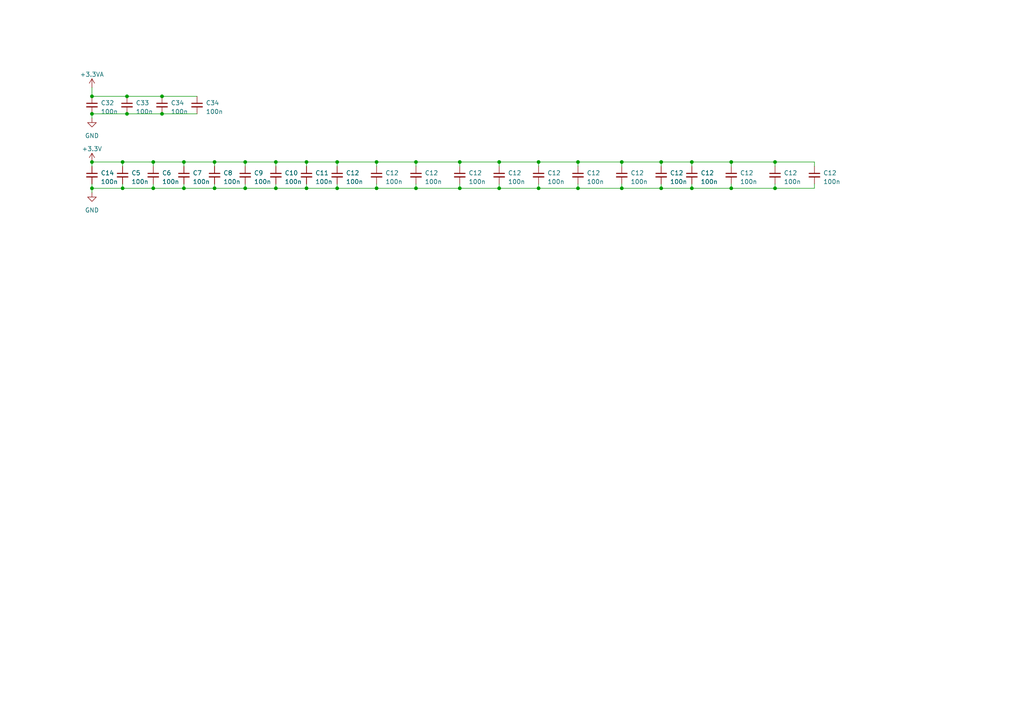
<source format=kicad_sch>
(kicad_sch (version 20230121) (generator eeschema)
  (paper "A4")
  (lib_symbols
    (symbol "Device:C_Small" (pin_numbers hide) (pin_names (offset 0.254) hide)
      (property "Reference" "C" (at 0.254 1.778 0))
      (property "Value" "C_Small" (at 0.254 -2.032 0))
      (symbol "C_Small_0_1"
        (polyline (pts (xy -1.524 -0.508) (xy 1.524 -0.508)) (stroke (width 0.3302)))
        (polyline (pts (xy -1.524 0.508) (xy 1.524 0.508)) (stroke (width 0.3048)))
      )
      (symbol "C_Small_1_1"
        (pin passive line (at 0 2.54 270) (length 2.032) (name "~") (number "1"))
        (pin passive line (at 0 -2.54 90) (length 2.032) (name "~") (number "2"))
      )
    )
    (symbol "power:+3.3V" (power) (pin_names (offset 0))
      (property "Value" "+3.3V" (at 0 3.556 0))
      (symbol "+3.3V_0_1"
        (polyline (pts (xy -0.762 1.27) (xy 0 2.54)))
        (polyline (pts (xy 0 0) (xy 0 2.54)))
        (polyline (pts (xy 0 2.54) (xy 0.762 1.27)))
      )
      (symbol "+3.3V_1_1"
        (pin power_in line (at 0 0 90) (length 0) hide (name "+3.3V") (number "1"))
      )
    )
    (symbol "power:+3.3VA" (power) (pin_names (offset 0))
      (property "Value" "+3.3VA" (at 0 3.556 0))
      (symbol "+3.3VA_0_1"
        (polyline (pts (xy -0.762 1.27) (xy 0 2.54)))
        (polyline (pts (xy 0 0) (xy 0 2.54)))
        (polyline (pts (xy 0 2.54) (xy 0.762 1.27)))
      )
      (symbol "+3.3VA_1_1"
        (pin power_in line (at 0 0 90) (length 0) hide (name "+3.3VA") (number "1"))
      )
    )
    (symbol "power:GND" (power) (pin_names (offset 0))
      (property "Value" "GND" (at 0 -3.81 0))
      (symbol "GND_0_1"
        (polyline (pts (xy 0 0) (xy 0 -1.27) (xy 1.27 -1.27) (xy 0 -2.54) (xy -1.27 -1.27) (xy 0 -1.27)))
      )
      (symbol "GND_1_1"
        (pin power_in line (at 0 0 270) (length 0) hide (name "GND") (number "1"))
      )
    )
  )
  (junction (at 133.35 46.99))
  (junction (at 144.78 46.99))
  (junction (at 144.78 54.61))
  (junction (at 46.99 33.02))
  (junction (at 156.21 46.99))
  (junction (at 71.12 46.99))
  (junction (at 109.22 54.61))
  (junction (at 26.67 46.99))
  (junction (at 53.34 54.61))
  (junction (at 120.65 46.99))
  (junction (at 167.64 54.61))
  (junction (at 224.79 46.99))
  (junction (at 212.09 46.99))
  (junction (at 191.77 54.61))
  (junction (at 35.56 46.99))
  (junction (at 46.99 27.94))
  (junction (at 44.45 46.99))
  (junction (at 26.67 33.02))
  (junction (at 180.34 54.61))
  (junction (at 97.79 54.61))
  (junction (at 109.22 46.99))
  (junction (at 200.66 54.61))
  (junction (at 88.9 46.99))
  (junction (at 167.64 46.99))
  (junction (at 212.09 54.61))
  (junction (at 71.12 54.61))
  (junction (at 80.01 46.99))
  (junction (at 53.34 46.99))
  (junction (at 224.79 54.61))
  (junction (at 35.56 54.61))
  (junction (at 62.23 46.99))
  (junction (at 133.35 54.61))
  (junction (at 180.34 46.99))
  (junction (at 62.23 54.61))
  (junction (at 120.65 54.61))
  (junction (at 191.77 46.99))
  (junction (at 97.79 46.99))
  (junction (at 36.83 33.02))
  (junction (at 26.67 54.61))
  (junction (at 200.66 46.99))
  (junction (at 88.9 54.61))
  (junction (at 44.45 54.61))
  (junction (at 36.83 27.94))
  (junction (at 26.67 27.94))
  (junction (at 80.01 54.61))
  (junction (at 156.21 54.61))
  (wire (pts (xy 109.22 48.26) (xy 109.22 46.99)))
  (wire (pts (xy 109.22 53.34) (xy 109.22 54.61)))
  (wire (pts (xy 236.22 53.34) (xy 236.22 54.61)))
  (wire (pts (xy 191.77 46.99) (xy 200.66 46.99)))
  (wire (pts (xy 62.23 54.61) (xy 53.34 54.61)))
  (wire (pts (xy 26.67 48.26) (xy 26.67 46.99)))
  (wire (pts (xy 35.56 54.61) (xy 26.67 54.61)))
  (wire (pts (xy 88.9 46.99) (xy 97.79 46.99)))
  (wire (pts (xy 120.65 53.34) (xy 120.65 54.61)))
  (wire (pts (xy 180.34 53.34) (xy 180.34 54.61)))
  (wire (pts (xy 144.78 54.61) (xy 156.21 54.61)))
  (wire (pts (xy 120.65 48.26) (xy 120.65 46.99)))
  (wire (pts (xy 80.01 46.99) (xy 71.12 46.99)))
  (wire (pts (xy 97.79 48.26) (xy 97.79 46.99)))
  (wire (pts (xy 46.99 33.02) (xy 57.15 33.02)))
  (wire (pts (xy 53.34 48.26) (xy 53.34 46.99)))
  (wire (pts (xy 156.21 53.34) (xy 156.21 54.61)))
  (wire (pts (xy 133.35 46.99) (xy 120.65 46.99)))
  (wire (pts (xy 200.66 53.34) (xy 200.66 54.61)))
  (wire (pts (xy 53.34 46.99) (xy 62.23 46.99)))
  (wire (pts (xy 44.45 53.34) (xy 44.45 54.61)))
  (wire (pts (xy 133.35 54.61) (xy 144.78 54.61)))
  (wire (pts (xy 26.67 33.02) (xy 36.83 33.02)))
  (wire (pts (xy 97.79 54.61) (xy 88.9 54.61)))
  (wire (pts (xy 88.9 48.26) (xy 88.9 46.99)))
  (wire (pts (xy 191.77 48.26) (xy 191.77 46.99)))
  (wire (pts (xy 167.64 48.26) (xy 167.64 46.99)))
  (wire (pts (xy 224.79 54.61) (xy 236.22 54.61)))
  (wire (pts (xy 212.09 46.99) (xy 200.66 46.99)))
  (wire (pts (xy 62.23 46.99) (xy 71.12 46.99)))
  (wire (pts (xy 156.21 54.61) (xy 167.64 54.61)))
  (wire (pts (xy 109.22 46.99) (xy 120.65 46.99)))
  (wire (pts (xy 35.56 48.26) (xy 35.56 46.99)))
  (wire (pts (xy 144.78 53.34) (xy 144.78 54.61)))
  (wire (pts (xy 36.83 27.94) (xy 46.99 27.94)))
  (wire (pts (xy 97.79 46.99) (xy 109.22 46.99)))
  (wire (pts (xy 212.09 54.61) (xy 224.79 54.61)))
  (wire (pts (xy 62.23 48.26) (xy 62.23 46.99)))
  (wire (pts (xy 200.66 54.61) (xy 212.09 54.61)))
  (wire (pts (xy 71.12 53.34) (xy 71.12 54.61)))
  (wire (pts (xy 35.56 46.99) (xy 44.45 46.99)))
  (wire (pts (xy 180.34 48.26) (xy 180.34 46.99)))
  (wire (pts (xy 26.67 54.61) (xy 26.67 55.88)))
  (wire (pts (xy 144.78 46.99) (xy 133.35 46.99)))
  (wire (pts (xy 44.45 48.26) (xy 44.45 46.99)))
  (wire (pts (xy 80.01 54.61) (xy 71.12 54.61)))
  (wire (pts (xy 167.64 54.61) (xy 180.34 54.61)))
  (wire (pts (xy 62.23 53.34) (xy 62.23 54.61)))
  (wire (pts (xy 133.35 53.34) (xy 133.35 54.61)))
  (wire (pts (xy 224.79 53.34) (xy 224.79 54.61)))
  (wire (pts (xy 36.83 33.02) (xy 46.99 33.02)))
  (wire (pts (xy 133.35 48.26) (xy 133.35 46.99)))
  (wire (pts (xy 26.67 46.99) (xy 35.56 46.99)))
  (wire (pts (xy 224.79 46.99) (xy 212.09 46.99)))
  (wire (pts (xy 133.35 54.61) (xy 120.65 54.61)))
  (wire (pts (xy 71.12 54.61) (xy 62.23 54.61)))
  (wire (pts (xy 236.22 46.99) (xy 224.79 46.99)))
  (wire (pts (xy 26.67 27.94) (xy 36.83 27.94)))
  (wire (pts (xy 44.45 54.61) (xy 35.56 54.61)))
  (wire (pts (xy 71.12 48.26) (xy 71.12 46.99)))
  (wire (pts (xy 26.67 33.02) (xy 26.67 34.29)))
  (wire (pts (xy 236.22 48.26) (xy 236.22 46.99)))
  (wire (pts (xy 97.79 54.61) (xy 109.22 54.61)))
  (wire (pts (xy 80.01 46.99) (xy 88.9 46.99)))
  (wire (pts (xy 180.34 46.99) (xy 167.64 46.99)))
  (wire (pts (xy 26.67 25.4) (xy 26.67 27.94)))
  (wire (pts (xy 191.77 46.99) (xy 180.34 46.99)))
  (wire (pts (xy 80.01 48.26) (xy 80.01 46.99)))
  (wire (pts (xy 191.77 54.61) (xy 200.66 54.61)))
  (wire (pts (xy 212.09 48.26) (xy 212.09 46.99)))
  (wire (pts (xy 156.21 46.99) (xy 144.78 46.99)))
  (wire (pts (xy 26.67 53.34) (xy 26.67 54.61)))
  (wire (pts (xy 167.64 46.99) (xy 156.21 46.99)))
  (wire (pts (xy 53.34 53.34) (xy 53.34 54.61)))
  (wire (pts (xy 88.9 54.61) (xy 80.01 54.61)))
  (wire (pts (xy 120.65 54.61) (xy 109.22 54.61)))
  (wire (pts (xy 224.79 48.26) (xy 224.79 46.99)))
  (wire (pts (xy 180.34 54.61) (xy 191.77 54.61)))
  (wire (pts (xy 44.45 46.99) (xy 53.34 46.99)))
  (wire (pts (xy 144.78 48.26) (xy 144.78 46.99)))
  (wire (pts (xy 35.56 53.34) (xy 35.56 54.61)))
  (wire (pts (xy 46.99 27.94) (xy 57.15 27.94)))
  (wire (pts (xy 88.9 53.34) (xy 88.9 54.61)))
  (wire (pts (xy 191.77 53.34) (xy 191.77 54.61)))
  (wire (pts (xy 167.64 53.34) (xy 167.64 54.61)))
  (wire (pts (xy 156.21 48.26) (xy 156.21 46.99)))
  (wire (pts (xy 97.79 53.34) (xy 97.79 54.61)))
  (wire (pts (xy 53.34 54.61) (xy 44.45 54.61)))
  (wire (pts (xy 200.66 48.26) (xy 200.66 46.99)))
  (wire (pts (xy 212.09 53.34) (xy 212.09 54.61)))
  (wire (pts (xy 80.01 53.34) (xy 80.01 54.61)))
  (symbol (lib_id "Device:C_Small") (at 133.35 50.8 0) (unit 1)
    (property "Reference" "C12" (at 135.89 50.1713 0) (effects (justify left)))
    (property "Value" "100n" (at 135.89 52.7113 0) (effects (justify left)))
    (property "Footprint" "Capacitor_SMD:C_0603_1608Metric" (effects hide))
    (instances (project "stm_audio_board_V3" (path "" (reference "C12") (unit 1)) (path "" (reference "C60") (unit 1))))
  )
  (symbol (lib_id "Device:C_Small") (at 236.22 50.8 0) (unit 1)
    (property "Reference" "C12" (at 238.76 50.1713 0) (effects (justify left)))
    (property "Value" "100n" (at 238.76 52.7113 0) (effects (justify left)))
    (property "Footprint" "Capacitor_SMD:C_0603_1608Metric" (effects hide))
    (instances (project "stm_audio_board_V3" (path "" (reference "C12") (unit 1)) (path "" (reference "C184") (unit 1))))
  )
  (symbol (lib_id "Device:C_Small") (at 97.79 50.8 0) (unit 1)
    (property "Reference" "C12" (at 100.33 50.1713 0) (effects (justify left)))
    (property "Value" "100n" (at 100.33 52.7113 0) (effects (justify left)))
    (property "Footprint" "Capacitor_SMD:C_0603_1608Metric" (effects hide))
    (instances (project "stm_audio_board_V3" (path "" (reference "C12") (unit 1)) (path "" (reference "C14") (unit 1))))
  )
  (symbol (lib_id "Device:C_Small") (at 46.99 30.48 0) (unit 1)
    (property "Reference" "C34" (at 49.53 29.8513 0) (effects (justify left)))
    (property "Value" "100n" (at 49.53 32.3913 0) (effects (justify left)))
    (property "Footprint" "Capacitor_SMD:C_0603_1608Metric" (effects hide))
  )
  (symbol (lib_id "Device:C_Small") (at 180.34 50.8 0) (unit 1)
    (property "Reference" "C12" (at 182.88 50.1713 0) (effects (justify left)))
    (property "Value" "100n" (at 182.88 52.7113 0) (effects (justify left)))
    (property "Footprint" "Capacitor_SMD:C_0603_1608Metric" (effects hide))
    (instances (project "stm_audio_board_V3" (path "" (reference "C12") (unit 1)) (path "" (reference "C35") (unit 1))))
  )
  (symbol (lib_id "Device:C_Small") (at 53.34 50.8 0) (unit 1)
    (property "Reference" "C7" (at 55.88 50.1713 0) (effects (justify left)))
    (property "Value" "100n" (at 55.88 52.7113 0) (effects (justify left)))
    (property "Footprint" "Capacitor_SMD:C_0603_1608Metric" (effects hide))
    (instances (project "stm_audio_board_V3" (path "" (reference "C7") (unit 1)) (path "" (reference "C8") (unit 1))))
  )
  (symbol (lib_id "Device:C_Small") (at 57.15 30.48 0) (unit 1)
    (property "Reference" "C34" (at 59.69 29.8513 0) (effects (justify left)))
    (property "Value" "100n" (at 59.69 32.3913 0) (effects (justify left)))
    (property "Footprint" "Capacitor_SMD:C_0603_1608Metric" (effects hide))
    (instances (project "stm_audio_board_V3" (path "" (reference "C34") (unit 1)) (path "" (reference "C217") (unit 1))))
  )
  (symbol (lib_id "Device:C_Small") (at 26.67 50.8 0) (unit 1)
    (property "Reference" "C14" (at 29.21 50.1713 0) (effects (justify left)))
    (property "Value" "100n" (at 29.21 52.7113 0) (effects (justify left)))
    (property "Footprint" "Capacitor_SMD:C_0603_1608Metric" (effects hide))
    (instances (project "stm_audio_board_V3" (path "" (reference "C14") (unit 1)) (path "" (reference "C5") (unit 1))))
  )
  (symbol (lib_id "Device:C_Small") (at 200.66 50.8 0) (unit 1)
    (property "Reference" "C12" (at 203.2 50.1713 0) (effects (justify left)))
    (property "Value" "100n" (at 203.2 52.7113 0) (effects (justify left)))
    (property "Footprint" "Capacitor_SMD:C_0603_1608Metric" (effects hide))
    (instances (project "stm_audio_board_V3" (path "" (reference "C12") (unit 1)) (path "" (reference "C181") (unit 1))))
  )
  (symbol (lib_id "Device:C_Small") (at 88.9 50.8 0) (unit 1)
    (property "Reference" "C11" (at 91.44 50.1713 0) (effects (justify left)))
    (property "Value" "100n" (at 91.44 52.7113 0) (effects (justify left)))
    (property "Footprint" "Capacitor_SMD:C_0603_1608Metric" (effects hide))
    (instances (project "stm_audio_board_V3" (path "" (reference "C11") (unit 1)) (path "" (reference "C12") (unit 1))))
  )
  (symbol (lib_id "power:GND") (at 26.67 55.88 0) (unit 1)
    (property "Reference" "#PWR05" (effects hide))
    (property "Value" "GND" (at 26.67 60.96 0))
  )
  (symbol (lib_id "Device:C_Small") (at 191.77 50.8 0) (unit 1)
    (property "Reference" "C12" (at 194.31 50.1713 0) (effects (justify left)))
    (property "Value" "100n" (at 194.31 52.7113 0) (effects (justify left)))
    (property "Footprint" "Capacitor_SMD:C_0603_1608Metric" (effects hide))
    (instances (project "stm_audio_board_V3" (path "" (reference "C12") (unit 1)) (path "" (reference "C36") (unit 1))))
  )
  (symbol (lib_id "power:+3.3V") (at 26.67 46.99 0) (unit 1)
    (property "Reference" "#PWR081" (effects hide))
    (property "Value" "+3.3V" (at 26.67 43.18 0))
    (instances (project "stm_audio_board_V3" (path "" (reference "#PWR081") (unit 1)) (path "" (reference "#PWR024") (unit 1))))
  )
  (symbol (lib_id "Device:C_Small") (at 167.64 50.8 0) (unit 1)
    (property "Reference" "C12" (at 170.18 50.1713 0) (effects (justify left)))
    (property "Value" "100n" (at 170.18 52.7113 0) (effects (justify left)))
    (property "Footprint" "Capacitor_SMD:C_0603_1608Metric" (effects hide))
    (instances (project "stm_audio_board_V3" (path "" (reference "C12") (unit 1)) (path "" (reference "C81") (unit 1))))
  )
  (symbol (lib_id "Device:C_Small") (at 144.78 50.8 0) (unit 1)
    (property "Reference" "C12" (at 147.32 50.1713 0) (effects (justify left)))
    (property "Value" "100n" (at 147.32 52.7113 0) (effects (justify left)))
    (property "Footprint" "Capacitor_SMD:C_0603_1608Metric" (effects hide))
    (instances (project "stm_audio_board_V3" (path "" (reference "C12") (unit 1)) (path "" (reference "C64") (unit 1))))
  )
  (symbol (lib_id "Device:C_Small") (at 62.23 50.8 0) (unit 1)
    (property "Reference" "C8" (at 64.77 50.1713 0) (effects (justify left)))
    (property "Value" "100n" (at 64.77 52.7113 0) (effects (justify left)))
    (property "Footprint" "Capacitor_SMD:C_0603_1608Metric" (effects hide))
    (instances (project "stm_audio_board_V3" (path "" (reference "C8") (unit 1)) (path "" (reference "C9") (unit 1))))
  )
  (symbol (lib_id "Device:C_Small") (at 212.09 50.8 0) (unit 1)
    (property "Reference" "C12" (at 214.63 50.1713 0) (effects (justify left)))
    (property "Value" "100n" (at 214.63 52.7113 0) (effects (justify left)))
    (property "Footprint" "Capacitor_SMD:C_0603_1608Metric" (effects hide))
    (instances (project "stm_audio_board_V3" (path "" (reference "C12") (unit 1)) (path "" (reference "C182") (unit 1))))
  )
  (symbol (lib_id "Device:C_Small") (at 80.01 50.8 0) (unit 1)
    (property "Reference" "C10" (at 82.55 50.1713 0) (effects (justify left)))
    (property "Value" "100n" (at 82.55 52.7113 0) (effects (justify left)))
    (property "Footprint" "Capacitor_SMD:C_0603_1608Metric" (effects hide))
    (instances (project "stm_audio_board_V3" (path "" (reference "C10") (unit 1)) (path "" (reference "C11") (unit 1))))
  )
  (symbol (lib_id "Device:C_Small") (at 71.12 50.8 0) (unit 1)
    (property "Reference" "C9" (at 73.66 50.1713 0) (effects (justify left)))
    (property "Value" "100n" (at 73.66 52.7113 0) (effects (justify left)))
    (property "Footprint" "Capacitor_SMD:C_0603_1608Metric" (effects hide))
    (instances (project "stm_audio_board_V3" (path "" (reference "C9") (unit 1)) (path "" (reference "C10") (unit 1))))
  )
  (symbol (lib_id "Device:C_Small") (at 44.45 50.8 0) (unit 1)
    (property "Reference" "C6" (at 46.99 50.1713 0) (effects (justify left)))
    (property "Value" "100n" (at 46.99 52.7113 0) (effects (justify left)))
    (property "Footprint" "Capacitor_SMD:C_0603_1608Metric" (effects hide))
    (instances (project "stm_audio_board_V3" (path "" (reference "C6") (unit 1)) (path "" (reference "C7") (unit 1))))
  )
  (symbol (lib_id "power:GND") (at 26.67 34.29 0) (unit 1)
    (property "Reference" "#PWR05" (effects hide))
    (property "Value" "GND" (at 26.67 39.37 0))
    (instances (project "stm_audio_board_V3" (path "" (reference "#PWR05") (unit 1)) (path "" (reference "#PWR01") (unit 1))))
  )
  (symbol (lib_id "Device:C_Small") (at 36.83 30.48 0) (unit 1)
    (property "Reference" "C33" (at 39.37 29.8513 0) (effects (justify left)))
    (property "Value" "100n" (at 39.37 32.3913 0) (effects (justify left)))
    (property "Footprint" "Capacitor_SMD:C_0603_1608Metric" (effects hide))
  )
  (symbol (lib_id "Device:C_Small") (at 26.67 30.48 0) (unit 1)
    (property "Reference" "C32" (at 29.21 29.8513 0) (effects (justify left)))
    (property "Value" "100n" (at 29.21 32.3913 0) (effects (justify left)))
    (property "Footprint" "Capacitor_SMD:C_0603_1608Metric" (effects hide))
  )
  (symbol (lib_id "Device:C_Small") (at 120.65 50.8 0) (unit 1)
    (property "Reference" "C12" (at 123.19 50.1713 0) (effects (justify left)))
    (property "Value" "100n" (at 123.19 52.7113 0) (effects (justify left)))
    (property "Footprint" "Capacitor_SMD:C_0603_1608Metric" (effects hide))
    (instances (project "stm_audio_board_V3" (path "" (reference "C12") (unit 1)) (path "" (reference "C58") (unit 1))))
  )
  (symbol (lib_id "Device:C_Small") (at 109.22 50.8 0) (unit 1)
    (property "Reference" "C12" (at 111.76 50.1713 0) (effects (justify left)))
    (property "Value" "100n" (at 111.76 52.7113 0) (effects (justify left)))
    (property "Footprint" "Capacitor_SMD:C_0603_1608Metric" (effects hide))
    (instances (project "stm_audio_board_V3" (path "" (reference "C12") (unit 1)) (path "" (reference "C3") (unit 1))))
  )
  (symbol (lib_id "Device:C_Small") (at 224.79 50.8 0) (unit 1)
    (property "Reference" "C12" (at 227.33 50.1713 0) (effects (justify left)))
    (property "Value" "100n" (at 227.33 52.7113 0) (effects (justify left)))
    (property "Footprint" "Capacitor_SMD:C_0603_1608Metric" (effects hide))
    (instances (project "stm_audio_board_V3" (path "" (reference "C12") (unit 1)) (path "" (reference "C183") (unit 1))))
  )
  (symbol (lib_id "power:+3.3VA") (at 26.67 25.4 0) (unit 1)
    (property "Reference" "#PWR055" (effects hide))
    (property "Value" "+3.3VA" (at 26.67 21.59 0))
    (instances (project "stm_audio_board_V3" (path "" (reference "#PWR055") (unit 1)) (path "" (reference "#PWR038") (unit 1))))
  )
  (symbol (lib_id "Device:C_Small") (at 35.56 50.8 0) (unit 1)
    (property "Reference" "C5" (at 38.1 50.1713 0) (effects (justify left)))
    (property "Value" "100n" (at 38.1 52.7113 0) (effects (justify left)))
    (property "Footprint" "Capacitor_SMD:C_0603_1608Metric" (effects hide))
    (instances (project "stm_audio_board_V3" (path "" (reference "C5") (unit 1)) (path "" (reference "C6") (unit 1))))
  )
  (symbol (lib_id "Device:C_Small") (at 156.21 50.8 0) (unit 1)
    (property "Reference" "C12" (at 158.75 50.1713 0) (effects (justify left)))
    (property "Value" "100n" (at 158.75 52.7113 0) (effects (justify left)))
    (property "Footprint" "Capacitor_SMD:C_0603_1608Metric" (effects hide))
    (instances (project "stm_audio_board_V3" (path "" (reference "C12") (unit 1)) (path "" (reference "C78") (unit 1))))
  )
)
</source>
